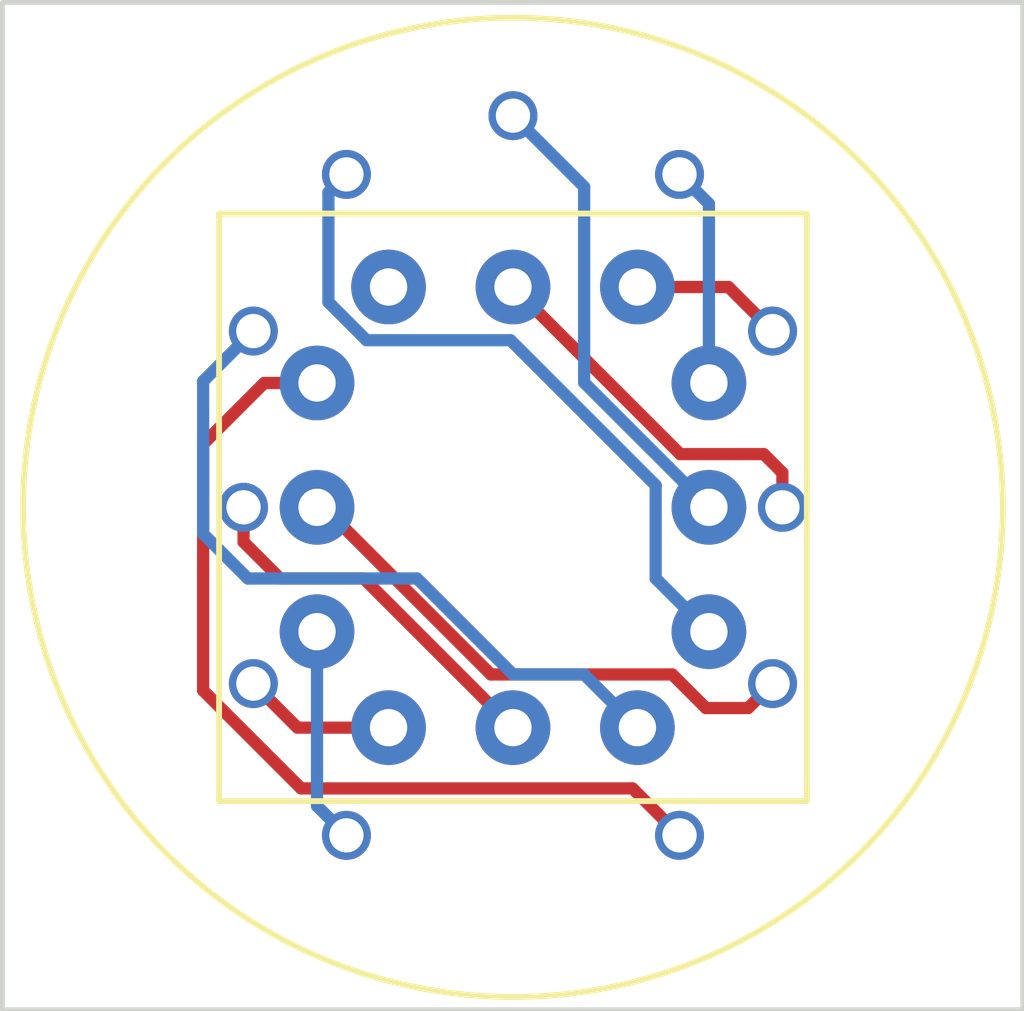
<source format=kicad_pcb>
(kicad_pcb (version 20221018) (generator pcbnew)
  (layers (0 "F.Cu" signal) (31 "B.Cu" signal) (34 "B.Paste" user) (35 "F.Paste" user) (36 "B.SilkS" user "B.Silkscreen") (37 "F.SilkS" user "F.Silkscreen") (38 "B.Mask" user) (39 "F.Mask" user) (44 "Edge.Cuts" user))
  (net 0 "")
  (net 1 "PA")
  (net 2 "P0")
  (net 3 "P1")
  (net 4 "P2")
  (net 5 "P3")
  (net 6 "P4")
  (net 7 "P5")
  (net 8 "P6")
  (net 9 "P7")
  (net 10 "P8")
  (net 11 "P9")
  (footprint "Nixie_Clock:Nixie_Conn_12P" (layer "F.Cu") (at 155.456 110.896)
    (fp_text reference "J1" hide)
    (fp_text value "Nixie_Conn_12P")
    (fp_line (start -6 6) (end -6 -6) (stroke (width 0.12)) (layer "F.SilkS"))
    (fp_line (start -6 6) (end 6 6) (stroke (width 0.12)) (layer "F.SilkS"))
    (fp_line (start 6 -6) (end -6 -6) (stroke (width 0.12)) (layer "F.SilkS"))
    (fp_line (start 6 6) (end 6 -6) (stroke (width 0.12)) (layer "F.SilkS"))
    (pad "0" thru_hole circle (at -4 0) (size 1.524 1.524) (drill 0.762) (layers "*.Cu" "*.Mask") (net 2 "P0"))
    (pad "1" thru_hole circle (at -4 2.54) (size 1.524 1.524) (drill 0.762) (layers "*.Cu" "*.Mask") (net 3 "P1"))
    (pad "2" thru_hole circle (at -2.54 4.5) (size 1.524 1.524) (drill 0.762) (layers "*.Cu" "*.Mask") (net 4 "P2"))
    (pad "3" thru_hole circle (at 0 4.5) (size 1.524 1.524) (drill 0.762) (layers "*.Cu" "*.Mask") (net 5 "P3"))
    (pad "4" thru_hole circle (at 2.54 4.5) (size 1.524 1.524) (drill 0.762) (layers "*.Cu" "*.Mask") (net 6 "P4"))
    (pad "5" thru_hole circle (at 4 2.54) (size 1.524 1.524) (drill 0.762) (layers "*.Cu" "*.Mask") (net 7 "P5"))
    (pad "6" thru_hole circle (at 4 0) (size 1.524 1.524) (drill 0.762) (layers "*.Cu" "*.Mask") (net 8 "P6"))
    (pad "7" thru_hole circle (at 4 -2.54) (size 1.524 1.524) (drill 0.762) (layers "*.Cu" "*.Mask") (net 9 "P7"))
    (pad "8" thru_hole circle (at 2.54 -4.5) (size 1.524 1.524) (drill 0.762) (layers "*.Cu" "*.Mask") (net 10 "P8"))
    (pad "9" thru_hole circle (at 0 -4.5) (size 1.524 1.524) (drill 0.762) (layers "*.Cu" "*.Mask") (net 11 "P9"))
    (pad "10" thru_hole circle (at -2.54 -4.5) (size 1.524 1.524) (drill 0.762) (layers "*.Cu" "*.Mask"))
    (pad "A" thru_hole circle (at -4 -2.54) (size 1.524 1.524) (drill 0.762) (layers "*.Cu" "*.Mask") (net 1 "PA"))
  )
  (footprint "Nixie_Clock:QS27-1" (layer "F.Cu") (at 155.456 110.896)
    (fp_text reference "NX1" hide)
    (fp_text value "QS27-1")
    (fp_circle (center 0 0) (end 10 0) (stroke (width 0.12)) (fill none) (layer "F.SilkS"))
    (pad "" np_thru_hole circle (at 0 0) (size 4 4) (drill 4) (layers "*.Cu" "*.Mask"))
    (pad "0" thru_hole circle (at 5.3 3.6) (size 1 1) (drill 0.7) (layers "*.Cu" "*.Mask") (net 2 "P0"))
    (pad "1" thru_hole circle (at -3.4 6.7) (size 1 1) (drill 0.7) (layers "*.Cu" "*.Mask") (net 3 "P1"))
    (pad "2" thru_hole circle (at -5.3 3.6) (size 1 1) (drill 0.7) (layers "*.Cu" "*.Mask") (net 4 "P2"))
    (pad "3" thru_hole circle (at -5.5 0) (size 1 1) (drill 0.7) (layers "*.Cu" "*.Mask") (net 5 "P3"))
    (pad "4" thru_hole circle (at -5.3 -3.6) (size 1 1) (drill 0.7) (layers "*.Cu" "*.Mask") (net 6 "P4"))
    (pad "5" thru_hole circle (at -3.4 -6.8) (size 1 1) (drill 0.7) (layers "*.Cu" "*.Mask") (net 7 "P5"))
    (pad "6" thru_hole circle (at 0 -8) (size 1 1) (drill 0.7) (layers "*.Cu" "*.Mask") (net 8 "P6"))
    (pad "7" thru_hole circle (at 3.4 -6.8) (size 1 1) (drill 0.7) (layers "*.Cu" "*.Mask") (net 9 "P7"))
    (pad "8" thru_hole circle (at 5.3 -3.6) (size 1 1) (drill 0.7) (layers "*.Cu" "*.Mask") (net 10 "P8"))
    (pad "9" thru_hole circle (at 5.5 0) (size 1 1) (drill 0.7) (layers "*.Cu" "*.Mask") (net 11 "P9"))
    (pad "A" thru_hole circle (at 3.4 6.7) (size 1 1) (drill 0.7) (layers "*.Cu" "*.Mask") (net 1 "PA"))
  )
  (gr_rect (start 145.034 100.584) (end 165.862 121.158) (stroke (width 0.1)) (fill none) (layer "Edge.Cuts"))
  (segment (start 150.37837 108.356) (end 149.131 109.60337) (width 0.25) (layer "F.Cu") (net 1))
  (segment (start 149.131 109.60337) (end 149.131 114.637727) (width 0.25) (layer "F.Cu") (net 1))
  (segment (start 151.130073 116.6368) (end 157.8968 116.6368) (width 0.25) (layer "F.Cu") (net 1))
  (segment (start 151.456 108.356) (end 150.37837 108.356) (width 0.25) (layer "F.Cu") (net 1))
  (segment (start 149.131 114.637727) (end 151.130073 116.6368) (width 0.25) (layer "F.Cu") (net 1))
  (segment (start 157.8968 116.6368) (end 158.856 117.596) (width 0.25) (layer "F.Cu") (net 1))
  (segment (start 155.005396 114.309) (end 158.7082 114.309) (width 0.25) (layer "F.Cu") (net 2))
  (segment (start 158.7082 114.309) (end 159.395199 114.995999) (width 0.25) (layer "F.Cu") (net 2))
  (segment (start 159.395199 114.995999) (end 160.256001 114.995999) (width 0.25) (layer "F.Cu") (net 2))
  (segment (start 160.256001 114.995999) (end 160.756 114.496) (width 0.25) (layer "F.Cu") (net 2))
  (segment (start 151.456 110.896) (end 151.592396 110.896) (width 0.25) (layer "F.Cu") (net 2))
  (segment (start 151.592396 110.896) (end 155.005396 114.309) (width 0.25) (layer "F.Cu") (net 2))
  (segment (start 151.456 113.436) (end 151.456 116.996) (width 0.25) (layer "B.Cu") (net 3))
  (segment (start 151.456 116.996) (end 152.056 117.596) (width 0.25) (layer "B.Cu") (net 3))
  (segment (start 152.916 115.396) (end 151.056 115.396) (width 0.25) (layer "F.Cu") (net 4))
  (segment (start 151.056 115.396) (end 150.156 114.496) (width 0.25) (layer "F.Cu") (net 4))
  (segment (start 155.456 115.396) (end 152.409 112.349) (width 0.25) (layer "F.Cu") (net 5))
  (segment (start 150.701894 112.349) (end 149.956 111.603106) (width 0.25) (layer "F.Cu") (net 5))
  (segment (start 149.956 111.603106) (end 149.956 110.896) (width 0.25) (layer "F.Cu") (net 5))
  (segment (start 152.409 112.349) (end 150.701894 112.349) (width 0.25) (layer "F.Cu") (net 5))
  (segment (start 150.0426 112.349) (end 153.497 112.349) (width 0.25) (layer "B.Cu") (net 6))
  (segment (start 156.909 114.309) (end 157.996 115.396) (width 0.25) (layer "B.Cu") (net 6))
  (segment (start 149.131 108.321) (end 149.131 111.4374) (width 0.25) (layer "B.Cu") (net 6))
  (segment (start 150.156 107.296) (end 149.131 108.321) (width 0.25) (layer "B.Cu") (net 6))
  (segment (start 155.457 114.309) (end 156.909 114.309) (width 0.25) (layer "B.Cu") (net 6))
  (segment (start 153.497 112.349) (end 155.457 114.309) (width 0.25) (layer "B.Cu") (net 6))
  (segment (start 149.131 111.4374) (end 150.0426 112.349) (width 0.25) (layer "B.Cu") (net 6))
  (segment (start 152.465749 107.483) (end 151.6888 106.706051) (width 0.25) (layer "B.Cu") (net 7))
  (segment (start 158.369176 110.445572) (end 155.406604 107.483) (width 0.25) (layer "B.Cu") (net 7))
  (segment (start 159.456 113.436) (end 158.369176 112.349176) (width 0.25) (layer "B.Cu") (net 7))
  (segment (start 158.369176 112.349176) (end 158.369176 110.445572) (width 0.25) (layer "B.Cu") (net 7))
  (segment (start 151.6888 106.706051) (end 151.6888 104.4632) (width 0.25) (layer "B.Cu") (net 7))
  (segment (start 155.406604 107.483) (end 152.465749 107.483) (width 0.25) (layer "B.Cu") (net 7))
  (segment (start 151.6888 104.4632) (end 152.056 104.096) (width 0.25) (layer "B.Cu") (net 7))
  (segment (start 156.909 104.349) (end 155.456 102.896) (width 0.25) (layer "B.Cu") (net 8))
  (segment (start 156.909 108.349) (end 156.909 104.349) (width 0.25) (layer "B.Cu") (net 8))
  (segment (start 159.456 110.896) (end 156.909 108.349) (width 0.25) (layer "B.Cu") (net 8))
  (segment (start 158.856 104.096) (end 159.456 104.696) (width 0.25) (layer "B.Cu") (net 9))
  (segment (start 159.456 104.696) (end 159.456 108.356) (width 0.25) (layer "B.Cu") (net 9))
  (segment (start 159.856 106.396) (end 157.996 106.396) (width 0.25) (layer "F.Cu") (net 10))
  (segment (start 160.756 107.296) (end 159.856 106.396) (width 0.25) (layer "F.Cu") (net 10))
  (segment (start 160.576106 109.809) (end 158.869 109.809) (width 0.25) (layer "F.Cu") (net 11))
  (segment (start 160.956 110.188894) (end 160.576106 109.809) (width 0.25) (layer "F.Cu") (net 11))
  (segment (start 160.956 110.896) (end 160.956 110.188894) (width 0.25) (layer "F.Cu") (net 11))
  (segment (start 158.869 109.809) (end 155.456 106.396) (width 0.25) (layer "F.Cu") (net 11))
)
</source>
